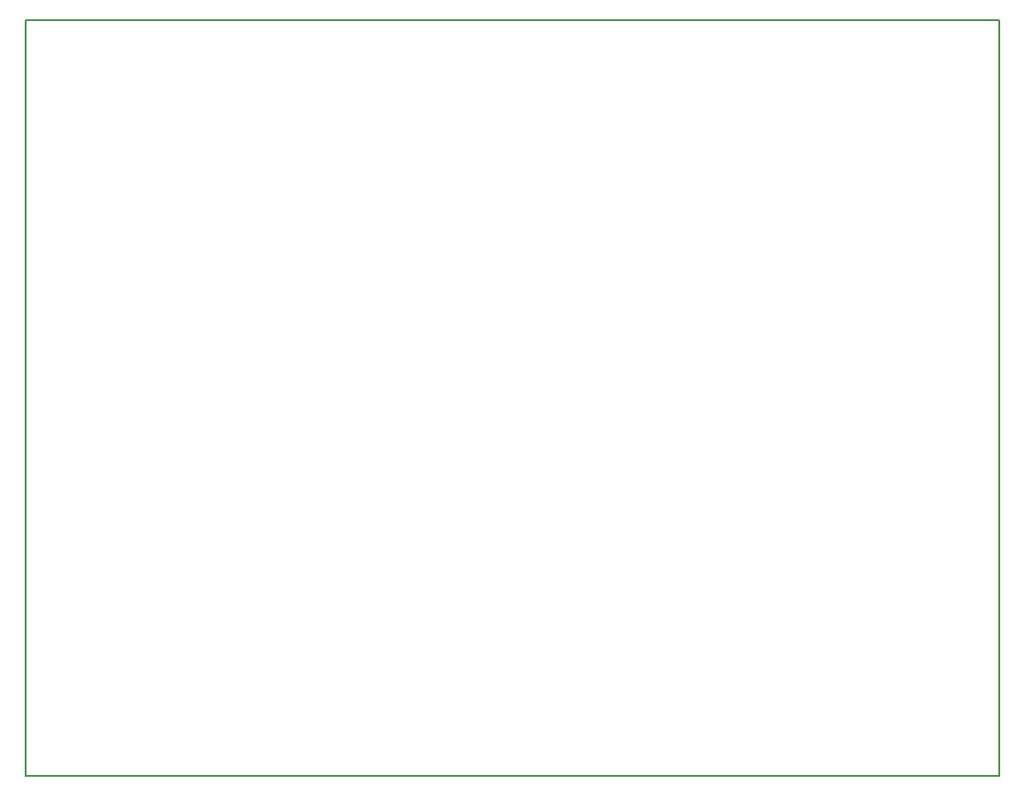
<source format=gbr>
%TF.GenerationSoftware,KiCad,Pcbnew,4.0.2+dfsg1-stable*%
%TF.CreationDate,2019-03-07T19:49:12+01:00*%
%TF.ProjectId,v2,76322E6B696361645F70636200000000,rev?*%
%TF.FileFunction,Profile,NP*%
%FSLAX46Y46*%
G04 Gerber Fmt 4.6, Leading zero omitted, Abs format (unit mm)*
G04 Created by KiCad (PCBNEW 4.0.2+dfsg1-stable) date czw, 7 mar 2019, 19:49:12*
%MOMM*%
G01*
G04 APERTURE LIST*
%ADD10C,0.100000*%
%ADD11C,0.150000*%
G04 APERTURE END LIST*
D10*
D11*
X0Y0D02*
X90000000Y0D01*
X0Y-70000000D02*
X0Y0D01*
X90000000Y-70000000D02*
X0Y-70000000D01*
X90000000Y0D02*
X90000000Y-70000000D01*
M02*

</source>
